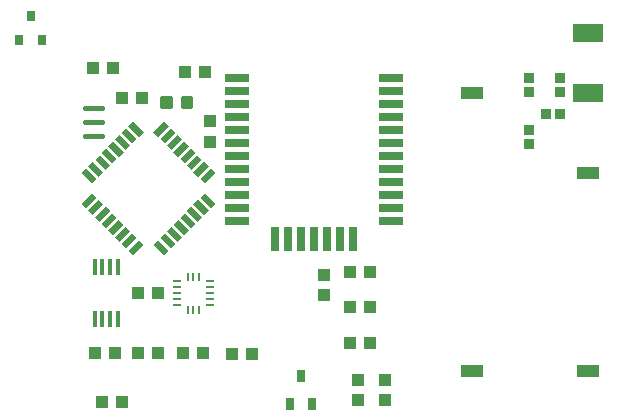
<source format=gtp>
G75*
%MOIN*%
%OFA0B0*%
%FSLAX25Y25*%
%IPPOS*%
%LPD*%
%AMOC8*
5,1,8,0,0,1.08239X$1,22.5*
%
%ADD10R,0.04331X0.03937*%
%ADD11C,0.01181*%
%ADD12R,0.03937X0.04331*%
%ADD13R,0.05000X0.02200*%
%ADD14R,0.02200X0.05000*%
%ADD15R,0.02756X0.01102*%
%ADD16R,0.01102X0.02756*%
%ADD17C,0.01772*%
%ADD18R,0.07874X0.02756*%
%ADD19R,0.02756X0.07874*%
%ADD20R,0.03346X0.03543*%
%ADD21R,0.03543X0.03346*%
%ADD22R,0.03150X0.03937*%
%ADD23R,0.07677X0.03937*%
%ADD24R,0.09843X0.06299*%
%ADD25R,0.03150X0.03543*%
%ADD26R,0.01600X0.05400*%
D10*
X0100909Y0032209D03*
X0107602Y0032209D03*
X0115358Y0032209D03*
X0122051Y0032209D03*
X0130358Y0032209D03*
X0137051Y0032209D03*
X0146579Y0031815D03*
X0153272Y0031815D03*
X0185949Y0035752D03*
X0192642Y0035752D03*
X0192642Y0047563D03*
X0185949Y0047563D03*
X0185949Y0059374D03*
X0192642Y0059374D03*
X0122051Y0052209D03*
X0115358Y0052209D03*
X0109965Y0016067D03*
X0103272Y0016067D03*
X0109846Y0117209D03*
X0116539Y0117209D03*
X0130831Y0125909D03*
X0137524Y0125909D03*
X0107051Y0127209D03*
X0100358Y0127209D03*
D11*
X0123323Y0117169D02*
X0123323Y0114413D01*
X0123323Y0117169D02*
X0126079Y0117169D01*
X0126079Y0114413D01*
X0123323Y0114413D01*
X0123323Y0115593D02*
X0126079Y0115593D01*
X0126079Y0116773D02*
X0123323Y0116773D01*
X0130228Y0117169D02*
X0130228Y0114413D01*
X0130228Y0117169D02*
X0132984Y0117169D01*
X0132984Y0114413D01*
X0130228Y0114413D01*
X0130228Y0115593D02*
X0132984Y0115593D01*
X0132984Y0116773D02*
X0130228Y0116773D01*
D12*
X0139335Y0109492D03*
X0139335Y0102799D03*
X0177091Y0058390D03*
X0177091Y0051697D03*
X0188508Y0023350D03*
X0197563Y0023350D03*
X0197563Y0016657D03*
X0188508Y0016657D03*
D13*
G36*
X0123849Y0064919D02*
X0120315Y0068453D01*
X0121871Y0070009D01*
X0125405Y0066475D01*
X0123849Y0064919D01*
G37*
G36*
X0126076Y0067146D02*
X0122542Y0070680D01*
X0124098Y0072236D01*
X0127632Y0068702D01*
X0126076Y0067146D01*
G37*
G36*
X0128303Y0069373D02*
X0124769Y0072907D01*
X0126325Y0074463D01*
X0129859Y0070929D01*
X0128303Y0069373D01*
G37*
G36*
X0130530Y0071600D02*
X0126996Y0075134D01*
X0128552Y0076690D01*
X0132086Y0073156D01*
X0130530Y0071600D01*
G37*
G36*
X0132757Y0073827D02*
X0129223Y0077361D01*
X0130779Y0078917D01*
X0134313Y0075383D01*
X0132757Y0073827D01*
G37*
G36*
X0134984Y0076054D02*
X0131450Y0079588D01*
X0133006Y0081144D01*
X0136540Y0077610D01*
X0134984Y0076054D01*
G37*
G36*
X0137212Y0078281D02*
X0133678Y0081815D01*
X0135234Y0083371D01*
X0138768Y0079837D01*
X0137212Y0078281D01*
G37*
G36*
X0139439Y0080508D02*
X0135905Y0084042D01*
X0137461Y0085598D01*
X0140995Y0082064D01*
X0139439Y0080508D01*
G37*
G36*
X0108857Y0097727D02*
X0105323Y0101261D01*
X0106879Y0102817D01*
X0110413Y0099283D01*
X0108857Y0097727D01*
G37*
G36*
X0106630Y0095500D02*
X0103096Y0099034D01*
X0104652Y0100590D01*
X0108186Y0097056D01*
X0106630Y0095500D01*
G37*
G36*
X0104403Y0093273D02*
X0100869Y0096807D01*
X0102425Y0098363D01*
X0105959Y0094829D01*
X0104403Y0093273D01*
G37*
G36*
X0102176Y0091046D02*
X0098642Y0094580D01*
X0100198Y0096136D01*
X0103732Y0092602D01*
X0102176Y0091046D01*
G37*
G36*
X0099949Y0088819D02*
X0096415Y0092353D01*
X0097971Y0093909D01*
X0101505Y0090375D01*
X0099949Y0088819D01*
G37*
G36*
X0111084Y0099954D02*
X0107550Y0103488D01*
X0109106Y0105044D01*
X0112640Y0101510D01*
X0111084Y0099954D01*
G37*
G36*
X0113311Y0102182D02*
X0109777Y0105716D01*
X0111333Y0107272D01*
X0114867Y0103738D01*
X0113311Y0102182D01*
G37*
G36*
X0115538Y0104409D02*
X0112004Y0107943D01*
X0113560Y0109499D01*
X0117094Y0105965D01*
X0115538Y0104409D01*
G37*
D14*
G36*
X0121871Y0104409D02*
X0120315Y0105965D01*
X0123849Y0109499D01*
X0125405Y0107943D01*
X0121871Y0104409D01*
G37*
G36*
X0124098Y0102182D02*
X0122542Y0103738D01*
X0126076Y0107272D01*
X0127632Y0105716D01*
X0124098Y0102182D01*
G37*
G36*
X0126325Y0099954D02*
X0124769Y0101510D01*
X0128303Y0105044D01*
X0129859Y0103488D01*
X0126325Y0099954D01*
G37*
G36*
X0128552Y0097727D02*
X0126996Y0099283D01*
X0130530Y0102817D01*
X0132086Y0101261D01*
X0128552Y0097727D01*
G37*
G36*
X0130779Y0095500D02*
X0129223Y0097056D01*
X0132757Y0100590D01*
X0134313Y0099034D01*
X0130779Y0095500D01*
G37*
G36*
X0133006Y0093273D02*
X0131450Y0094829D01*
X0134984Y0098363D01*
X0136540Y0096807D01*
X0133006Y0093273D01*
G37*
G36*
X0135234Y0091046D02*
X0133678Y0092602D01*
X0137212Y0096136D01*
X0138768Y0094580D01*
X0135234Y0091046D01*
G37*
G36*
X0137461Y0088819D02*
X0135905Y0090375D01*
X0139439Y0093909D01*
X0140995Y0092353D01*
X0137461Y0088819D01*
G37*
G36*
X0109106Y0069373D02*
X0107550Y0070929D01*
X0111084Y0074463D01*
X0112640Y0072907D01*
X0109106Y0069373D01*
G37*
G36*
X0111333Y0067146D02*
X0109777Y0068702D01*
X0113311Y0072236D01*
X0114867Y0070680D01*
X0111333Y0067146D01*
G37*
G36*
X0113560Y0064919D02*
X0112004Y0066475D01*
X0115538Y0070009D01*
X0117094Y0068453D01*
X0113560Y0064919D01*
G37*
G36*
X0106879Y0071600D02*
X0105323Y0073156D01*
X0108857Y0076690D01*
X0110413Y0075134D01*
X0106879Y0071600D01*
G37*
G36*
X0104652Y0073827D02*
X0103096Y0075383D01*
X0106630Y0078917D01*
X0108186Y0077361D01*
X0104652Y0073827D01*
G37*
G36*
X0102425Y0076054D02*
X0100869Y0077610D01*
X0104403Y0081144D01*
X0105959Y0079588D01*
X0102425Y0076054D01*
G37*
G36*
X0100198Y0078281D02*
X0098642Y0079837D01*
X0102176Y0083371D01*
X0103732Y0081815D01*
X0100198Y0078281D01*
G37*
G36*
X0097971Y0080508D02*
X0096415Y0082064D01*
X0099949Y0085598D01*
X0101505Y0084042D01*
X0097971Y0080508D01*
G37*
D15*
X0128193Y0056146D03*
X0128193Y0054177D03*
X0128193Y0052209D03*
X0128193Y0050240D03*
X0128193Y0048272D03*
X0139217Y0048272D03*
X0139217Y0050240D03*
X0139217Y0052209D03*
X0139217Y0054177D03*
X0139217Y0056146D03*
D16*
X0135673Y0057720D03*
X0133705Y0057720D03*
X0131736Y0057720D03*
X0131736Y0046697D03*
X0133705Y0046697D03*
X0135673Y0046697D03*
D17*
X0103340Y0104571D02*
X0097612Y0104571D01*
X0097612Y0109295D02*
X0103340Y0109295D01*
X0103340Y0114020D02*
X0097612Y0114020D01*
D18*
X0148232Y0115280D03*
X0148232Y0119610D03*
X0148232Y0123941D03*
X0148232Y0110949D03*
X0148232Y0106618D03*
X0148232Y0102287D03*
X0148232Y0097957D03*
X0148232Y0093626D03*
X0148232Y0089295D03*
X0148232Y0084965D03*
X0148232Y0080634D03*
X0148232Y0076303D03*
X0199413Y0076303D03*
X0199413Y0080634D03*
X0199413Y0084965D03*
X0199413Y0089295D03*
X0199413Y0093626D03*
X0199413Y0097957D03*
X0199413Y0102287D03*
X0199413Y0106618D03*
X0199413Y0110949D03*
X0199413Y0115280D03*
X0199413Y0119610D03*
X0199413Y0123941D03*
D19*
X0186815Y0070398D03*
X0182484Y0070398D03*
X0178154Y0070398D03*
X0173823Y0070398D03*
X0169492Y0070398D03*
X0165161Y0070398D03*
X0160831Y0070398D03*
D20*
X0251185Y0112130D03*
X0255752Y0112130D03*
D21*
X0255831Y0119295D03*
X0255831Y0123862D03*
X0245594Y0123862D03*
X0245594Y0119295D03*
X0245594Y0106539D03*
X0245594Y0101972D03*
D22*
X0169610Y0024728D03*
X0165870Y0015280D03*
X0173350Y0015280D03*
D23*
X0226697Y0026303D03*
X0265280Y0026303D03*
X0265280Y0092445D03*
X0226697Y0118823D03*
D24*
X0265280Y0118823D03*
X0265280Y0138902D03*
D25*
X0083193Y0136539D03*
X0075713Y0136539D03*
X0079453Y0144807D03*
D26*
X0100811Y0060887D03*
X0103370Y0060887D03*
X0105929Y0060887D03*
X0108488Y0060887D03*
X0108488Y0043687D03*
X0105929Y0043687D03*
X0103370Y0043687D03*
X0100811Y0043687D03*
M02*

</source>
